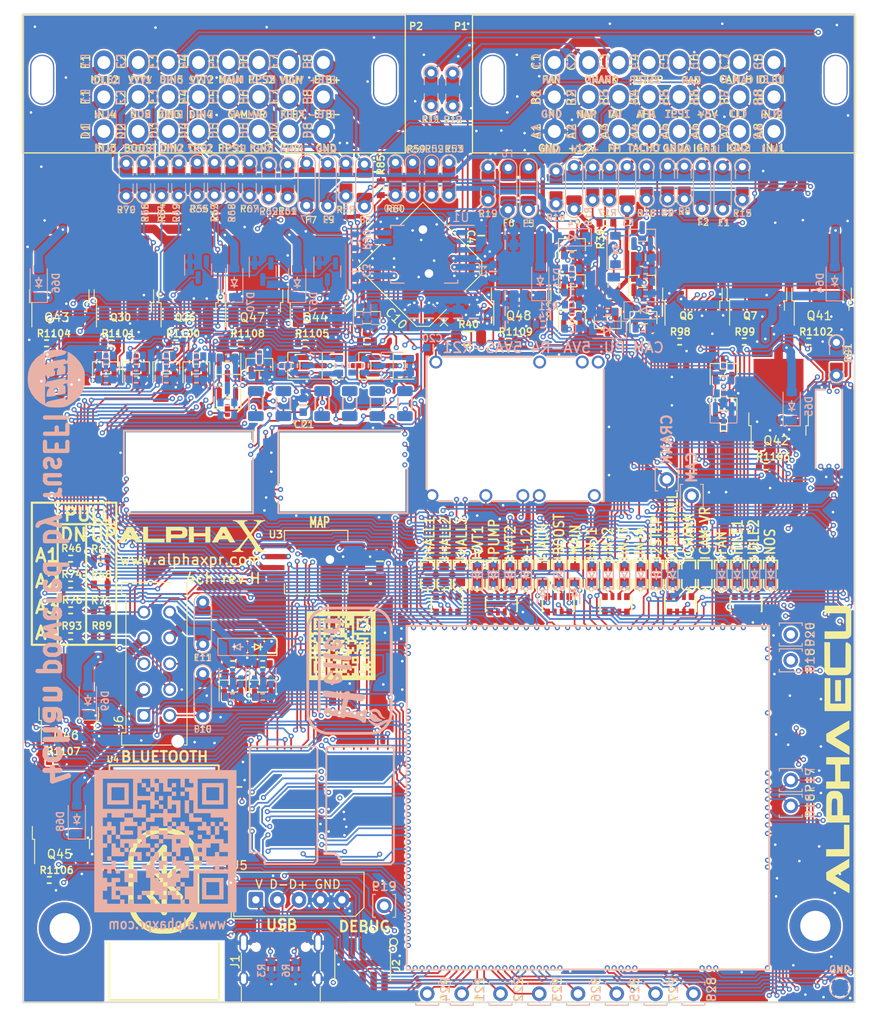
<source format=kicad_pcb>
(kicad_pcb (version 20221018) (generator pcbnew)

  (general
    (thickness 1.6)
  )

  (paper "A")
  (title_block
    (title "alpha4ch")
    (date "2023-03-19")
    (rev "G")
  )

  (layers
    (0 "F.Cu" signal)
    (1 "In1.Cu" signal)
    (2 "In2.Cu" signal)
    (31 "B.Cu" signal)
    (32 "B.Adhes" user "B.Adhesive")
    (33 "F.Adhes" user "F.Adhesive")
    (34 "B.Paste" user)
    (35 "F.Paste" user)
    (36 "B.SilkS" user "B.Silkscreen")
    (37 "F.SilkS" user "F.Silkscreen")
    (38 "B.Mask" user)
    (39 "F.Mask" user)
    (40 "Dwgs.User" user "User.Drawings")
    (41 "Cmts.User" user "User.Comments")
    (42 "Eco1.User" user "User.Eco1")
    (43 "Eco2.User" user "User.Eco2")
    (44 "Edge.Cuts" user)
    (45 "Margin" user)
    (46 "B.CrtYd" user "B.Courtyard")
    (47 "F.CrtYd" user "F.Courtyard")
    (48 "B.Fab" user)
    (49 "F.Fab" user)
  )

  (setup
    (stackup
      (layer "F.SilkS" (type "Top Silk Screen"))
      (layer "F.Paste" (type "Top Solder Paste"))
      (layer "F.Mask" (type "Top Solder Mask") (color "Green") (thickness 0.01))
      (layer "F.Cu" (type "copper") (thickness 0.035))
      (layer "dielectric 1" (type "core") (thickness 0.35) (material "FR4") (epsilon_r 4.5) (loss_tangent 0.02))
      (layer "In1.Cu" (type "copper") (thickness 0.018))
      (layer "dielectric 2" (type "prepreg") (thickness 0.774) (material "FR4") (epsilon_r 4.5) (loss_tangent 0.02))
      (layer "In2.Cu" (type "copper") (thickness 0.018))
      (layer "dielectric 3" (type "core") (thickness 0.35) (material "FR4") (epsilon_r 4.5) (loss_tangent 0.02))
      (layer "B.Cu" (type "copper") (thickness 0.035))
      (layer "B.Mask" (type "Bottom Solder Mask") (color "Green") (thickness 0.01))
      (layer "B.Paste" (type "Bottom Solder Paste"))
      (layer "B.SilkS" (type "Bottom Silk Screen"))
      (copper_finish "None")
      (dielectric_constraints no)
    )
    (pad_to_mask_clearance 0)
    (aux_axis_origin 21.1 170.7)
    (pcbplotparams
      (layerselection 0x00310fc_ffffffff)
      (plot_on_all_layers_selection 0x0000000_00000000)
      (disableapertmacros true)
      (usegerberextensions true)
      (usegerberattributes false)
      (usegerberadvancedattributes true)
      (creategerberjobfile false)
      (dashed_line_dash_ratio 12.000000)
      (dashed_line_gap_ratio 3.000000)
      (svgprecision 6)
      (plotframeref false)
      (viasonmask false)
      (mode 1)
      (useauxorigin true)
      (hpglpennumber 1)
      (hpglpenspeed 20)
      (hpglpendiameter 15.000000)
      (dxfpolygonmode true)
      (dxfimperialunits true)
      (dxfusepcbnewfont true)
      (psnegative false)
      (psa4output false)
      (plotreference true)
      (plotvalue false)
      (plotinvisibletext false)
      (sketchpadsonfab false)
      (subtractmaskfromsilk false)
      (outputformat 1)
      (mirror false)
      (drillshape 0)
      (scaleselection 1)
      (outputdirectory "gerber/")
    )
  )

  (net 0 "")
  (net 1 "GND")
  (net 2 "/IN_CRANK")
  (net 3 "+12V")
  (net 4 "Net-(Q21-S)")
  (net 5 "/HALL_OPT_PU/+12V_LIM")
  (net 6 "+3.3VA")
  (net 7 "Net-(D1-A)")
  (net 8 "Net-(D1-K)")
  (net 9 "Net-(D2-K)")
  (net 10 "Net-(D3-K)")
  (net 11 "+5VA")
  (net 12 "Net-(D12-A)")
  (net 13 "/OUT_IDLE2")
  (net 14 "Net-(D13-A)")
  (net 15 "/INJ1")
  (net 16 "/INJ2")
  (net 17 "+5V")
  (net 18 "/VIGN")
  (net 19 "/OUT_IGN1")
  (net 20 "/OUT_IGN2")
  (net 21 "/OUT_INJ2")
  (net 22 "/OUT_INJ1")
  (net 23 "/OUT_NOS")
  (net 24 "/OUT_IDLE1")
  (net 25 "/IN_CLT")
  (net 26 "/IN_IAT")
  (net 27 "/IN_2STEP")
  (net 28 "/OUT_FAN_RELAY")
  (net 29 "/OUT_TACH")
  (net 30 "/IN_CAM_HALL")
  (net 31 "/CRANK_N_PULLUP")
  (net 32 "Net-(D14-A)")
  (net 33 "Net-(D15-A)")
  (net 34 "Net-(D16-A)")
  (net 35 "/A7")
  (net 36 "+12V_RAW")
  (net 37 "/A6")
  (net 38 "/CAN-")
  (net 39 "/CAN+")
  (net 40 "/OUT_PUMP_RELAY")
  (net 41 "/A4")
  (net 42 "/A3")
  (net 43 "/A2")
  (net 44 "Net-(D10-A)")
  (net 45 "Net-(D11-A)")
  (net 46 "/OUT_IGN3")
  (net 47 "Net-(D17-A)")
  (net 48 "/IN_CRANK-")
  (net 49 "/IN_CRANK+")
  (net 50 "Net-(D20-K)")
  (net 51 "unconnected-(D25-Pad2)")
  (net 52 "Net-(D26-A)")
  (net 53 "Net-(D26-K)")
  (net 54 "/OUT_IGN4")
  (net 55 "unconnected-(D28-Pad2)")
  (net 56 "unconnected-(D29-Pad3)")
  (net 57 "Net-(D33-A)")
  (net 58 "Net-(D34-A)")
  (net 59 "GNDA")
  (net 60 "Net-(D35-A)")
  (net 61 "Net-(D36-A)")
  (net 62 "Net-(D37-K)")
  (net 63 "/IN_AFR")
  (net 64 "/IN_CAM_VR")
  (net 65 "Net-(D38-A)")
  (net 66 "Net-(D38-K)")
  (net 67 "Net-(D39-A)")
  (net 68 "/HALL3")
  (net 69 "Net-(D40-A)")
  (net 70 "/OUT_BOOST")
  (net 71 "Net-(D41-K)")
  (net 72 "/OUT_VVT1")
  (net 73 "Net-(D42-K)")
  (net 74 "/OUT_VVT2")
  (net 75 "/OUT_HS1")
  (net 76 "/IN_KNOCK")
  (net 77 "/OUT_HS2")
  (net 78 "/OUT_INJ5")
  (net 79 "/OUT_INJ6")
  (net 80 "/IN_MAP2")
  (net 81 "/OUT_INJ4")
  (net 82 "/MCU/VBUS")
  (net 83 "Net-(J1-CC1)")
  (net 84 "/OUT_MAIN")
  (net 85 "/MCU/USB+")
  (net 86 "/TACH_PULLUP")
  (net 87 "/MCU/USB-")
  (net 88 "/F5")
  (net 89 "/CRANK_P_PULLUP")
  (net 90 "/D7")
  (net 91 "/FAN_RELAY")
  (net 92 "/PUMP_RELAY")
  (net 93 "/TACH")
  (net 94 "/D6")
  (net 95 "/IN_VIGN")
  (net 96 "/THRESHOLD_VR_CM")
  (net 97 "/CAM_PULLDOWN")
  (net 98 "/HALL1")
  (net 99 "/VR_ANALOG_CM")
  (net 100 "/IN_CAM_VR-")
  (net 101 "/IN_CAM_VR+")
  (net 102 "unconnected-(J1-SBU1-PadA8)")
  (net 103 "Net-(J1-CC2)")
  (net 104 "unconnected-(J1-SBU2-PadB8)")
  (net 105 "/HALL2")
  (net 106 "/TLS115_PG")
  (net 107 "/MCU/NRESET")
  (net 108 "unconnected-(J2-Pin_8-Pad8)")
  (net 109 "unconnected-(J2-Pin_7-Pad7)")
  (net 110 "/B2")
  (net 111 "/B3")
  (net 112 "/B4")
  (net 113 "/B5")
  (net 114 "/B7")
  (net 115 "/C2")
  (net 116 "/C3")
  (net 117 "/C4")
  (net 118 "/C5")
  (net 119 "/C6")
  (net 120 "Net-(R22-Pad1)")
  (net 121 "/MCU/SWO")
  (net 122 "/MCU/SWCLK")
  (net 123 "Net-(R35-Pad1)")
  (net 124 "unconnected-(U3-Pad1)")
  (net 125 "/MCU/SWDIO")
  (net 126 "+3.3V")
  (net 127 "/TEMP_PULLUP")
  (net 128 "/AIN1")
  (net 129 "unconnected-(M4-SPI2_SCK-PadE1)")
  (net 130 "/AIN2")
  (net 131 "/AIN3")
  (net 132 "/OUT_IGN5")
  (net 133 "/AIN4")
  (net 134 "/OUT_IGN6")
  (net 135 "/PWR_EN")
  (net 136 "unconnected-(J7-Pin_1-Pad1)")
  (net 137 "unconnected-(J8-Pin_1-Pad1)")
  (net 138 "unconnected-(M1-VBAT-PadE1)")
  (net 139 "/MCU_BOOST")
  (net 140 "+5VAS")
  (net 141 "/2STEP_PULLDOWN")
  (net 142 "/MCU_IDLE2")
  (net 143 "/D5")
  (net 144 "/D4")
  (net 145 "/D3")
  (net 146 "/D2")
  (net 147 "/IN_D2")
  (net 148 "/IN_D3")
  (net 149 "/IN_D4")
  (net 150 "/IN_D5")
  (net 151 "/IN_TPS1")
  (net 152 "/IN_TPS2")
  (net 153 "/IN_PPS2")
  (net 154 "/IN_FLEX")
  (net 155 "/IN_PPS1")
  (net 156 "/NOS")
  (net 157 "/MAIN")
  (net 158 "/CAM_VR_PULLUP")
  (net 159 "/ETB_PWM")
  (net 160 "/BOOST")
  (net 161 "/IDLE2")
  (net 162 "/THRESHOLD_VR_CR")
  (net 163 "/VVT1")
  (net 164 "/IDLE1")
  (net 165 "/VVT2")
  (net 166 "/INJ3")
  (net 167 "/INJ4")
  (net 168 "/D2_PULLDOWN")
  (net 169 "/D3_PULLDOWN")
  (net 170 "/D4_PULLDOWN")
  (net 171 "/D5_PULLDOWN")
  (net 172 "/ETB_DIR")
  (net 173 "/ETB_DIS")
  (net 174 "/VR_ANALOG_CR")
  (net 175 "/D1")
  (net 176 "/E3")
  (net 177 "/E4")
  (net 178 "/E5")
  (net 179 "/E6")
  (net 180 "/E7")
  (net 181 "/E8")
  (net 182 "/F3")
  (net 183 "/F4")
  (net 184 "/F6")
  (net 185 "/F7")
  (net 186 "/F8")
  (net 187 "/MCU_IDLE1")
  (net 188 "/MCU_FAN_RELAY")
  (net 189 "/MCU_INJ4")
  (net 190 "/MCU_INJ3")
  (net 191 "/MCU_INJ2")
  (net 192 "/MCU_INJ1")
  (net 193 "unconnected-(R49-Pad5)")
  (net 194 "/OUT_ETB+")
  (net 195 "/OUT_ETB-")
  (net 196 "Net-(R72-Pad1)")
  (net 197 "unconnected-(R49-Pad4)")
  (net 198 "/IN_KNOCK_RAW")
  (net 199 "unconnected-(U3-Pad5)")
  (net 200 "unconnected-(U3-Pad6)")
  (net 201 "unconnected-(U3-Pad7)")
  (net 202 "unconnected-(U3-Pad8)")
  (net 203 "unconnected-(M6-OUT_IGN8-PadS1)")
  (net 204 "unconnected-(M6-OUT_IGN7-PadS2)")
  (net 205 "unconnected-(M6-OUT_IGN6-PadS3)")
  (net 206 "unconnected-(M6-OUT_IGN5-PadS4)")
  (net 207 "unconnected-(M6-OUT_IGN4-PadS5)")
  (net 208 "unconnected-(M6-OUT_IGN3-PadS6)")
  (net 209 "/INJ6")
  (net 210 "/INJ5")
  (net 211 "/MCU_INJ6")
  (net 212 "/MCU_INJ5")
  (net 213 "unconnected-(M4-SPI2_MISO-PadE2)")
  (net 214 "unconnected-(M4-SPI2_MOSI-PadE3)")
  (net 215 "unconnected-(M4-SPI2_CS-PadE4)")
  (net 216 "Net-(M4-OUT_IO3)")
  (net 217 "unconnected-(M4-IO6-PadE35)")
  (net 218 "/HS/IN1")
  (net 219 "/HS/IN2")
  (net 220 "unconnected-(M4-IO7-PadE36)")
  (net 221 "unconnected-(M4-USBID-PadN1)")
  (net 222 "unconnected-(M4-BOOT0-PadN5)")
  (net 223 "Net-(M4-SPI3_CS)")
  (net 224 "Net-(M4-SPI3_SCK)")
  (net 225 "Net-(M4-SPI3_MISO)")
  (net 226 "Net-(M4-SPI3_MOSI)")
  (net 227 "Net-(M4-I2C_SCL)")
  (net 228 "Net-(M4-I2C_SDA)")
  (net 229 "unconnected-(M4-IO5-PadN23)")
  (net 230 "/MCU/UART_TX")
  (net 231 "/MCU/UART_RX")
  (net 232 "Net-(M4-UART8_RX)")
  (net 233 "Net-(M4-UART8_TX)")
  (net 234 "unconnected-(M4-VBAT-PadN27)")
  (net 235 "unconnected-(M4-V5A_SWITCHABLE-PadN30)")
  (net 236 "unconnected-(M4-V33-PadN32)")
  (net 237 "/IN_MAP")
  (net 238 "unconnected-(M4-VREF2-PadS5)")
  (net 239 "unconnected-(M4-IN_O2S-PadS16)")
  (net 240 "/VREF")
  (net 241 "Net-(M4-IN_AT1)")
  (net 242 "Net-(Q1-D)")
  (net 243 "Net-(Q2-G)")
  (net 244 "Net-(Q3-D)")
  (net 245 "Net-(Q5-D)")
  (net 246 "Net-(Q8-D)")
  (net 247 "Net-(Q9-D)")
  (net 248 "Net-(Q12-D)")
  (net 249 "Net-(Q13-D)")
  (net 250 "Net-(Q14-D)")
  (net 251 "Net-(Q15-D)")
  (net 252 "Net-(Q16-G)")
  (net 253 "Net-(Q20-D)")
  (net 254 "Net-(Q21-G)")
  (net 255 "Net-(Q22-D)")
  (net 256 "Net-(Q23-D)")
  (net 257 "Net-(Q35-S)")
  (net 258 "Net-(Q35-G)")
  (net 259 "Net-(Q36-D)")
  (net 260 "Net-(Q49-G)")
  (net 261 "Net-(Q49-S)")
  (net 262 "Net-(Q50-D)")
  (net 263 "Net-(Q51-D)")
  (net 264 "Net-(Q52-G)")
  (net 265 "Net-(Q52-S)")
  (net 266 "Net-(Q53-D)")
  (net 267 "Net-(R1126-Pad1)")
  (net 268 "Net-(R1135-Pad1)")
  (net 269 "Net-(R1139-Pad1)")
  (net 270 "unconnected-(U1-SO-Pad3)")
  (net 271 "unconnected-(U4-IO2-Pad6)")
  (net 272 "unconnected-(U4-IO1-Pad5)")
  (net 273 "Net-(J6-Pin_6)")
  (net 274 "Net-(J6-Pin_8)")
  (net 275 "+12V_ETB")
  (net 276 "Net-(M4-IN_AT2)")
  (net 277 "unconnected-(M4-V33_REF-PadW3)")

  (footprint "hellen-one-common:PAD-0805-PAD" (layer "F.Cu") (at 97.85 75.55 90))

  (footprint "hellen-one-common:PAD-TH" (layer "F.Cu") (at 110.2 131 -90))

  (footprint "hellen-one-common:PAD-1206-PAD" (layer "F.Cu") (at 41.94 135 90))

  (footprint "hellen-one-common:R0603-4" (layer "F.Cu") (at 105 124.5 90))

  (footprint "hellen-one-common:LED-0603" (layer "F.Cu") (at 71.9 121.1 -90))

  (footprint "hellen-one-common:PAD-TH" (layer "F.Cu") (at 81 169.7 -90))

  (footprint "hellen-one-common:R1206" (layer "F.Cu") (at 65.4 101.2 -90))

  (footprint "hellen-one-common:R0603" (layer "F.Cu") (at 53.8 94.2))

  (footprint "hellen-one-common:R0603" (layer "F.Cu") (at 26.6 128.2))

  (footprint "MountingHole:MountingHole_4.5mm_Pad" (layer "F.Cu") (at 25.903 162.081))

  (footprint "hellen-one-common:LED-0603" (layer "F.Cu") (at 68.1 121.1 -90))

  (footprint "hellen-one-common:PAD-0805-PAD" (layer "F.Cu") (at 66.3 75.1 -90))

  (footprint "hellen-one-common:PAD-0805-PAD" (layer "F.Cu") (at 95.9 75.55 90))

  (footprint "hellen-one-common:PAD-0805-PAD" (layer "F.Cu") (at 45.3 75.1 90))

  (footprint "hellen-one-common:DPAK" (layer "F.Cu") (at 47.78 88.1 90))

  (footprint "Connector_Molex:Molex_SPOX_5267-05A_1x05_P2.50mm_Vertical" (layer "F.Cu") (at 48.1 158.8))

  (footprint "hellen-one-common:PAD-1206-PAD" (layer "F.Cu") (at 85.05 76.15 -90))

  (footprint "hellen-one-common:SOT-23" (layer "F.Cu") (at 102.4 101.3 90))

  (footprint "hellen-one-common:PAD-0805-PAD" (layer "F.Cu") (at 115.5 96 90))

  (footprint "hellen-one-common:R0603" (layer "F.Cu") (at 97.3 94))

  (footprint "hellen-one-common:SOT-23" (layer "F.Cu") (at 64.8 96.8 180))

  (footprint "hellen-one-common:LED-0603" (layer "F.Cu") (at 87.1 121.1 -90))

  (footprint "hellen-one-common:C0603" (layer "F.Cu") (at 74.3 81.7 -90))

  (footprint "hellen-one-common:R0603" (layer "F.Cu") (at 112.3 94))

  (footprint "hellen-one-common:DPAK" (layer "F.Cu") (at 78.9 87.9 90))

  (footprint "hellen-one-common:R0603-4" (layer "F.Cu") (at 83.2 124.5 90))

  (footprint "hellen-one-common:SOT-23" (layer "F.Cu") (at 48.509999 96.7 90))

  (footprint "hellen-one-common:LED-0603" (layer "F.Cu") (at 94.650002 121.100001 -90))

  (footprint "alphax-2ch:33311-24AW-2" (layer "F.Cu") (at 30.45 69.6))

  (footprint "hellen-one-common:LED-0603" (layer "F.Cu") (at 96.5 121.1 -90))

  (footprint "hellen-one-common:PAD-TH" (layer "F.Cu") (at 63 159.5))

  (footprint "hellen-one-common:R0603" (layer "F.Cu") (at 46.3 94.2))

  (footprint "hellen-one-common:PAD-0805-PAD" (layer "F.Cu") (at 68.45 64.7 90))

  (footprint "hellen-one-common:SOT-23" (layer "F.Cu") (at 56.5625 96.8 180))

  (footprint "hellen-one-common:PAD-TH" (layer "F.Cu") (at 85.5 169.7 -90))

  (footprint "hellen-one-common:PAD-0805-PAD" (layer "F.Cu") (at 64.3 75.1 90))

  (footprint "Connector_USB:USB_C_Receptacle_XKB_U262-16XN-4BVC11" (layer "F.Cu") (at 51 166.885))

  (footprint "hellen-one-common:R0603" (layer "F.Cu") (at 61 93.9625))

  (footprint "hellen-one-common:PAD-TH" (layer "F.Cu") (at 110.2 147.9 -90))

  (footprint "hellen-one-common:DPAK" (layer "F.Cu") (at 25.6 150.4 90))

  (footprint "hellen-one-common:PAD-TH" (layer "F.Cu") (at 72 169.7 -90))

  (footprint "hellen-one-common:SOT-23" (layer "F.Cu") (at 37.7 97.1 90))

  (footprint "hellen-one-common:SOT-23" (layer "F.Cu") (at 48.9 134.042419 90))

  (footprint "hellen-one-common:R0603" (layer "F.Cu") (at 102.4 104))

  (footprint "hellen-one-common:R0603" (layer "F.Cu") (at 31.3 94.2))

  (footprint "hellen-one-common:SOT-23" (layer "F.Cu") (at 84.8 91.2 90))

  (footprint "hellen-one-common:PAD-0805-PAD" (layer "F.Cu") (at 89.15 75.65 90))

  (footprint "hellen-one-common:LED-0603" (layer "F.Cu") (at 90.9 121.1 -90))

  (footprint "hellen-one-common:LED-0603" (layer "F.Cu") (at 73.8 121.1 -90))

  (footprint "hellen-one-common:PAD-0805-PAD" placed (layer "F.Cu")
    (tstamp 58efa3f2-be84-4fde-97fc-e560614266d4)
    (at 43.3 75.1 90)
    (property "LCSC" " C17477")
    (property "Sheetfile" "alphax_4ch.kicad_sch")
    (property "Sheetname" "")
    (path "/5d343280-4f45-48d4-b29d-31914e89ed8c")
    (attr smd)
    (fp_text reference "R63" (at -3.91 0 90) (layer "F.SilkS")
        (effects (font (size 0.762 0.762) (thickness 0.127)))
      (tstamp 0ad77d6e-b03c-459c-94b8-52f88583f442)
    )
    (fp_text value "Jumper-Pad-Pad" (at 0 1.27 90) (layer "F.SilkS") hide
        (effects (font (size 0.50038 0.50038) (thickness 0.10922)))
      (tstamp 48965fc2-dc76-4894-8a3b-c1e417b5c9e6)
    )
    (fp_text user "${REFERENCE}" (at -3.96 0.05 90) (layer "B.SilkS")
        (effects (font (size 0.762 0.762) (thickness 0.127)) (justify mirror))
      (tstamp f1786945-a72f-41ce-992b-48f778fa1afe)
    )
    (fp_line (start -1.524 0.8) (end -0.508 0.8)
      (stroke (width 0.09906) (type solid)) (layer "B.SilkS") (tstamp a3871d97-4f69-4180-bb47-7fd254e54efe))
    (fp_line (start -0.508 -0.8) (end -1.524 -0.8)
      (stroke (width 0.09906) (type solid)) (layer "B.SilkS") (tstamp f5a6b103-dcbc-4758-8c7e-6e0a610b55c8))
    (fp_line (start 0.508 0.8) (end 1.524 0.8)
      (stroke (width 0.09906) (type solid)) (layer "B.SilkS") (tstamp 35c1ef97-023c-4f7f-b2df-506e691fb536))
    (fp_line (start 1.524 -0.8) (end 0.508 -0.8
... [4719022 chars truncated]
</source>
